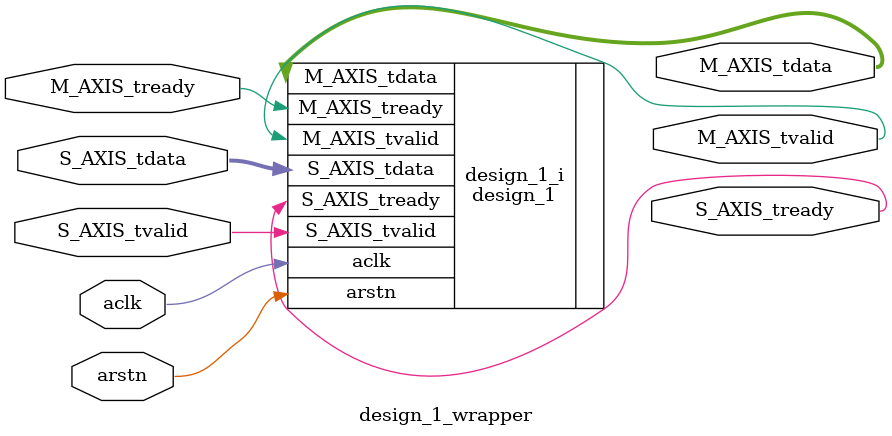
<source format=v>
`timescale 1 ps / 1 ps

module design_1_wrapper
   (M_AXIS_tdata,
    M_AXIS_tready,
    M_AXIS_tvalid,
    S_AXIS_tdata,
    S_AXIS_tready,
    S_AXIS_tvalid,
    aclk,
    arstn);
  output [15:0]M_AXIS_tdata;
  input M_AXIS_tready;
  output M_AXIS_tvalid;
  input [15:0]S_AXIS_tdata;
  output S_AXIS_tready;
  input S_AXIS_tvalid;
  input aclk;
  input arstn;

  wire [15:0]M_AXIS_tdata;
  wire M_AXIS_tready;
  wire M_AXIS_tvalid;
  wire [15:0]S_AXIS_tdata;
  wire S_AXIS_tready;
  wire S_AXIS_tvalid;
  wire aclk;
  wire arstn;

  design_1 design_1_i
       (.M_AXIS_tdata(M_AXIS_tdata),
        .M_AXIS_tready(M_AXIS_tready),
        .M_AXIS_tvalid(M_AXIS_tvalid),
        .S_AXIS_tdata(S_AXIS_tdata),
        .S_AXIS_tready(S_AXIS_tready),
        .S_AXIS_tvalid(S_AXIS_tvalid),
        .aclk(aclk),
        .arstn(arstn));
endmodule

</source>
